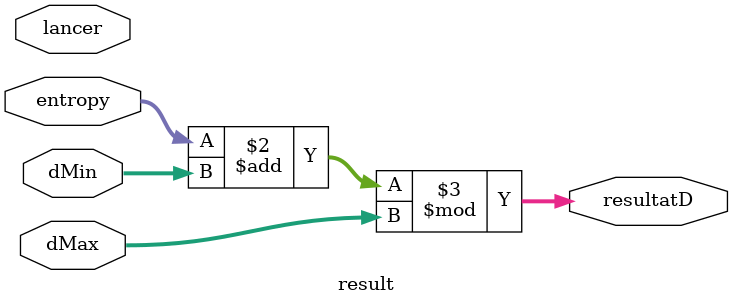
<source format=v>
module result(lancer, entropy, dMin, dMax, resultatD);

input lancer;
input[6:0] entropy; // Nombre "aléatoire" (inconnu au moment du lancer)
input[6:0] dMin, dMax;

output[6:0] resultatD;
reg[6:0] resultatD;

initial resultatD <= 0;

always @(lancer) begin
  resultatD <= (entropy + dMin) % dMax;
end

endmodule

</source>
